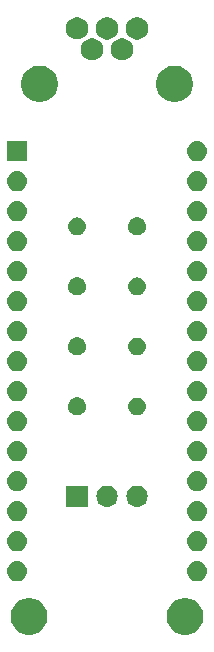
<source format=gbr>
G04 #@! TF.GenerationSoftware,KiCad,Pcbnew,(5.0.2)-1*
G04 #@! TF.CreationDate,2019-04-08T15:05:25-07:00*
G04 #@! TF.ProjectId,programmer,70726f67-7261-46d6-9d65-722e6b696361,rev?*
G04 #@! TF.SameCoordinates,Original*
G04 #@! TF.FileFunction,Soldermask,Bot*
G04 #@! TF.FilePolarity,Negative*
%FSLAX46Y46*%
G04 Gerber Fmt 4.6, Leading zero omitted, Abs format (unit mm)*
G04 Created by KiCad (PCBNEW (5.0.2)-1) date 4/8/2019 3:05:25 PM*
%MOMM*%
%LPD*%
G01*
G04 APERTURE LIST*
%ADD10C,0.304800*%
G04 APERTURE END LIST*
D10*
G36*
X34996352Y-62008796D02*
X35278579Y-62125699D01*
X35532578Y-62295415D01*
X35748585Y-62511422D01*
X35918301Y-62765421D01*
X36035204Y-63047648D01*
X36094800Y-63347259D01*
X36094800Y-63652741D01*
X36035204Y-63952352D01*
X35918301Y-64234579D01*
X35748585Y-64488578D01*
X35532578Y-64704585D01*
X35278579Y-64874301D01*
X34996352Y-64991204D01*
X34696741Y-65050800D01*
X34391259Y-65050800D01*
X34091648Y-64991204D01*
X33809421Y-64874301D01*
X33555422Y-64704585D01*
X33339415Y-64488578D01*
X33169699Y-64234579D01*
X33052796Y-63952352D01*
X32993200Y-63652741D01*
X32993200Y-63347259D01*
X33052796Y-63047648D01*
X33169699Y-62765421D01*
X33339415Y-62511422D01*
X33555422Y-62295415D01*
X33809421Y-62125699D01*
X34091648Y-62008796D01*
X34391259Y-61949200D01*
X34696741Y-61949200D01*
X34996352Y-62008796D01*
X34996352Y-62008796D01*
G37*
G36*
X21788352Y-62008796D02*
X22070579Y-62125699D01*
X22324578Y-62295415D01*
X22540585Y-62511422D01*
X22710301Y-62765421D01*
X22827204Y-63047648D01*
X22886800Y-63347259D01*
X22886800Y-63652741D01*
X22827204Y-63952352D01*
X22710301Y-64234579D01*
X22540585Y-64488578D01*
X22324578Y-64704585D01*
X22070579Y-64874301D01*
X21788352Y-64991204D01*
X21488741Y-65050800D01*
X21183259Y-65050800D01*
X20883648Y-64991204D01*
X20601421Y-64874301D01*
X20347422Y-64704585D01*
X20131415Y-64488578D01*
X19961699Y-64234579D01*
X19844796Y-63952352D01*
X19785200Y-63652741D01*
X19785200Y-63347259D01*
X19844796Y-63047648D01*
X19961699Y-62765421D01*
X20131415Y-62511422D01*
X20347422Y-62295415D01*
X20601421Y-62125699D01*
X20883648Y-62008796D01*
X21183259Y-61949200D01*
X21488741Y-61949200D01*
X21788352Y-62008796D01*
X21788352Y-62008796D01*
G37*
G36*
X20486787Y-58851510D02*
X20647160Y-58900160D01*
X20647162Y-58900161D01*
X20794966Y-58979163D01*
X20924517Y-59085483D01*
X21030837Y-59215034D01*
X21109839Y-59362838D01*
X21109840Y-59362840D01*
X21158490Y-59523213D01*
X21174916Y-59690000D01*
X21158490Y-59856787D01*
X21109840Y-60017160D01*
X21109839Y-60017162D01*
X21030837Y-60164966D01*
X20924517Y-60294517D01*
X20794966Y-60400837D01*
X20647162Y-60479839D01*
X20647160Y-60479840D01*
X20486787Y-60528490D01*
X20361794Y-60540800D01*
X20278206Y-60540800D01*
X20153213Y-60528490D01*
X19992840Y-60479840D01*
X19992838Y-60479839D01*
X19845034Y-60400837D01*
X19715483Y-60294517D01*
X19609163Y-60164966D01*
X19530161Y-60017162D01*
X19530160Y-60017160D01*
X19481510Y-59856787D01*
X19465084Y-59690000D01*
X19481510Y-59523213D01*
X19530160Y-59362840D01*
X19530161Y-59362838D01*
X19609163Y-59215034D01*
X19715483Y-59085483D01*
X19845034Y-58979163D01*
X19992838Y-58900161D01*
X19992840Y-58900160D01*
X20153213Y-58851510D01*
X20278206Y-58839200D01*
X20361794Y-58839200D01*
X20486787Y-58851510D01*
X20486787Y-58851510D01*
G37*
G36*
X35726787Y-58851510D02*
X35887160Y-58900160D01*
X35887162Y-58900161D01*
X36034966Y-58979163D01*
X36164517Y-59085483D01*
X36270837Y-59215034D01*
X36349839Y-59362838D01*
X36349840Y-59362840D01*
X36398490Y-59523213D01*
X36414916Y-59690000D01*
X36398490Y-59856787D01*
X36349840Y-60017160D01*
X36349839Y-60017162D01*
X36270837Y-60164966D01*
X36164517Y-60294517D01*
X36034966Y-60400837D01*
X35887162Y-60479839D01*
X35887160Y-60479840D01*
X35726787Y-60528490D01*
X35601794Y-60540800D01*
X35518206Y-60540800D01*
X35393213Y-60528490D01*
X35232840Y-60479840D01*
X35232838Y-60479839D01*
X35085034Y-60400837D01*
X34955483Y-60294517D01*
X34849163Y-60164966D01*
X34770161Y-60017162D01*
X34770160Y-60017160D01*
X34721510Y-59856787D01*
X34705084Y-59690000D01*
X34721510Y-59523213D01*
X34770160Y-59362840D01*
X34770161Y-59362838D01*
X34849163Y-59215034D01*
X34955483Y-59085483D01*
X35085034Y-58979163D01*
X35232838Y-58900161D01*
X35232840Y-58900160D01*
X35393213Y-58851510D01*
X35518206Y-58839200D01*
X35601794Y-58839200D01*
X35726787Y-58851510D01*
X35726787Y-58851510D01*
G37*
G36*
X20486787Y-56311510D02*
X20647160Y-56360160D01*
X20647162Y-56360161D01*
X20794966Y-56439163D01*
X20924517Y-56545483D01*
X21030837Y-56675034D01*
X21109839Y-56822838D01*
X21109840Y-56822840D01*
X21158490Y-56983213D01*
X21174916Y-57150000D01*
X21158490Y-57316787D01*
X21109840Y-57477160D01*
X21109839Y-57477162D01*
X21030837Y-57624966D01*
X20924517Y-57754517D01*
X20794966Y-57860837D01*
X20647162Y-57939839D01*
X20647160Y-57939840D01*
X20486787Y-57988490D01*
X20361794Y-58000800D01*
X20278206Y-58000800D01*
X20153213Y-57988490D01*
X19992840Y-57939840D01*
X19992838Y-57939839D01*
X19845034Y-57860837D01*
X19715483Y-57754517D01*
X19609163Y-57624966D01*
X19530161Y-57477162D01*
X19530160Y-57477160D01*
X19481510Y-57316787D01*
X19465084Y-57150000D01*
X19481510Y-56983213D01*
X19530160Y-56822840D01*
X19530161Y-56822838D01*
X19609163Y-56675034D01*
X19715483Y-56545483D01*
X19845034Y-56439163D01*
X19992838Y-56360161D01*
X19992840Y-56360160D01*
X20153213Y-56311510D01*
X20278206Y-56299200D01*
X20361794Y-56299200D01*
X20486787Y-56311510D01*
X20486787Y-56311510D01*
G37*
G36*
X35726787Y-56311510D02*
X35887160Y-56360160D01*
X35887162Y-56360161D01*
X36034966Y-56439163D01*
X36164517Y-56545483D01*
X36270837Y-56675034D01*
X36349839Y-56822838D01*
X36349840Y-56822840D01*
X36398490Y-56983213D01*
X36414916Y-57150000D01*
X36398490Y-57316787D01*
X36349840Y-57477160D01*
X36349839Y-57477162D01*
X36270837Y-57624966D01*
X36164517Y-57754517D01*
X36034966Y-57860837D01*
X35887162Y-57939839D01*
X35887160Y-57939840D01*
X35726787Y-57988490D01*
X35601794Y-58000800D01*
X35518206Y-58000800D01*
X35393213Y-57988490D01*
X35232840Y-57939840D01*
X35232838Y-57939839D01*
X35085034Y-57860837D01*
X34955483Y-57754517D01*
X34849163Y-57624966D01*
X34770161Y-57477162D01*
X34770160Y-57477160D01*
X34721510Y-57316787D01*
X34705084Y-57150000D01*
X34721510Y-56983213D01*
X34770160Y-56822840D01*
X34770161Y-56822838D01*
X34849163Y-56675034D01*
X34955483Y-56545483D01*
X35085034Y-56439163D01*
X35232838Y-56360161D01*
X35232840Y-56360160D01*
X35393213Y-56311510D01*
X35518206Y-56299200D01*
X35601794Y-56299200D01*
X35726787Y-56311510D01*
X35726787Y-56311510D01*
G37*
G36*
X35726787Y-53771510D02*
X35887160Y-53820160D01*
X35887162Y-53820161D01*
X36034966Y-53899163D01*
X36164517Y-54005483D01*
X36270837Y-54135034D01*
X36327369Y-54240800D01*
X36349840Y-54282840D01*
X36398490Y-54443213D01*
X36414916Y-54610000D01*
X36398490Y-54776787D01*
X36349840Y-54937160D01*
X36349839Y-54937162D01*
X36270837Y-55084966D01*
X36164517Y-55214517D01*
X36034966Y-55320837D01*
X35887162Y-55399839D01*
X35887160Y-55399840D01*
X35726787Y-55448490D01*
X35601794Y-55460800D01*
X35518206Y-55460800D01*
X35393213Y-55448490D01*
X35232840Y-55399840D01*
X35232838Y-55399839D01*
X35085034Y-55320837D01*
X34955483Y-55214517D01*
X34849163Y-55084966D01*
X34770161Y-54937162D01*
X34770160Y-54937160D01*
X34721510Y-54776787D01*
X34705084Y-54610000D01*
X34721510Y-54443213D01*
X34770160Y-54282840D01*
X34792631Y-54240800D01*
X34849163Y-54135034D01*
X34955483Y-54005483D01*
X35085034Y-53899163D01*
X35232838Y-53820161D01*
X35232840Y-53820160D01*
X35393213Y-53771510D01*
X35518206Y-53759200D01*
X35601794Y-53759200D01*
X35726787Y-53771510D01*
X35726787Y-53771510D01*
G37*
G36*
X20486787Y-53771510D02*
X20647160Y-53820160D01*
X20647162Y-53820161D01*
X20794966Y-53899163D01*
X20924517Y-54005483D01*
X21030837Y-54135034D01*
X21087369Y-54240800D01*
X21109840Y-54282840D01*
X21158490Y-54443213D01*
X21174916Y-54610000D01*
X21158490Y-54776787D01*
X21109840Y-54937160D01*
X21109839Y-54937162D01*
X21030837Y-55084966D01*
X20924517Y-55214517D01*
X20794966Y-55320837D01*
X20647162Y-55399839D01*
X20647160Y-55399840D01*
X20486787Y-55448490D01*
X20361794Y-55460800D01*
X20278206Y-55460800D01*
X20153213Y-55448490D01*
X19992840Y-55399840D01*
X19992838Y-55399839D01*
X19845034Y-55320837D01*
X19715483Y-55214517D01*
X19609163Y-55084966D01*
X19530161Y-54937162D01*
X19530160Y-54937160D01*
X19481510Y-54776787D01*
X19465084Y-54610000D01*
X19481510Y-54443213D01*
X19530160Y-54282840D01*
X19552631Y-54240800D01*
X19609163Y-54135034D01*
X19715483Y-54005483D01*
X19845034Y-53899163D01*
X19992838Y-53820161D01*
X19992840Y-53820160D01*
X20153213Y-53771510D01*
X20278206Y-53759200D01*
X20361794Y-53759200D01*
X20486787Y-53771510D01*
X20486787Y-53771510D01*
G37*
G36*
X28028362Y-52443545D02*
X28116588Y-52452234D01*
X28229789Y-52486573D01*
X28286390Y-52503743D01*
X28424980Y-52577822D01*
X28442879Y-52587389D01*
X28478609Y-52616712D01*
X28580044Y-52699956D01*
X28646418Y-52780835D01*
X28692611Y-52837121D01*
X28692612Y-52837123D01*
X28776257Y-52993610D01*
X28776257Y-52993611D01*
X28827766Y-53163412D01*
X28845158Y-53340000D01*
X28827766Y-53516588D01*
X28793427Y-53629789D01*
X28776257Y-53686390D01*
X28737339Y-53759200D01*
X28692611Y-53842879D01*
X28663288Y-53878609D01*
X28580044Y-53980044D01*
X28478609Y-54063288D01*
X28442879Y-54092611D01*
X28442877Y-54092612D01*
X28286390Y-54176257D01*
X28229789Y-54193427D01*
X28116588Y-54227766D01*
X28028362Y-54236455D01*
X27984250Y-54240800D01*
X27895750Y-54240800D01*
X27851638Y-54236455D01*
X27763412Y-54227766D01*
X27650211Y-54193427D01*
X27593610Y-54176257D01*
X27437123Y-54092612D01*
X27437121Y-54092611D01*
X27401391Y-54063288D01*
X27299956Y-53980044D01*
X27216712Y-53878609D01*
X27187389Y-53842879D01*
X27142661Y-53759200D01*
X27103743Y-53686390D01*
X27086573Y-53629789D01*
X27052234Y-53516588D01*
X27034842Y-53340000D01*
X27052234Y-53163412D01*
X27103743Y-52993611D01*
X27103743Y-52993610D01*
X27187388Y-52837123D01*
X27187389Y-52837121D01*
X27233582Y-52780835D01*
X27299956Y-52699956D01*
X27401391Y-52616712D01*
X27437121Y-52587389D01*
X27455020Y-52577822D01*
X27593610Y-52503743D01*
X27650211Y-52486573D01*
X27763412Y-52452234D01*
X27851638Y-52443545D01*
X27895750Y-52439200D01*
X27984250Y-52439200D01*
X28028362Y-52443545D01*
X28028362Y-52443545D01*
G37*
G36*
X30568362Y-52443545D02*
X30656588Y-52452234D01*
X30769789Y-52486573D01*
X30826390Y-52503743D01*
X30964980Y-52577822D01*
X30982879Y-52587389D01*
X31018609Y-52616712D01*
X31120044Y-52699956D01*
X31186418Y-52780835D01*
X31232611Y-52837121D01*
X31232612Y-52837123D01*
X31316257Y-52993610D01*
X31316257Y-52993611D01*
X31367766Y-53163412D01*
X31385158Y-53340000D01*
X31367766Y-53516588D01*
X31333427Y-53629789D01*
X31316257Y-53686390D01*
X31277339Y-53759200D01*
X31232611Y-53842879D01*
X31203288Y-53878609D01*
X31120044Y-53980044D01*
X31018609Y-54063288D01*
X30982879Y-54092611D01*
X30982877Y-54092612D01*
X30826390Y-54176257D01*
X30769789Y-54193427D01*
X30656588Y-54227766D01*
X30568362Y-54236455D01*
X30524250Y-54240800D01*
X30435750Y-54240800D01*
X30391638Y-54236455D01*
X30303412Y-54227766D01*
X30190211Y-54193427D01*
X30133610Y-54176257D01*
X29977123Y-54092612D01*
X29977121Y-54092611D01*
X29941391Y-54063288D01*
X29839956Y-53980044D01*
X29756712Y-53878609D01*
X29727389Y-53842879D01*
X29682661Y-53759200D01*
X29643743Y-53686390D01*
X29626573Y-53629789D01*
X29592234Y-53516588D01*
X29574842Y-53340000D01*
X29592234Y-53163412D01*
X29643743Y-52993611D01*
X29643743Y-52993610D01*
X29727388Y-52837123D01*
X29727389Y-52837121D01*
X29773582Y-52780835D01*
X29839956Y-52699956D01*
X29941391Y-52616712D01*
X29977121Y-52587389D01*
X29995020Y-52577822D01*
X30133610Y-52503743D01*
X30190211Y-52486573D01*
X30303412Y-52452234D01*
X30391638Y-52443545D01*
X30435750Y-52439200D01*
X30524250Y-52439200D01*
X30568362Y-52443545D01*
X30568362Y-52443545D01*
G37*
G36*
X26300800Y-54240800D02*
X24499200Y-54240800D01*
X24499200Y-52439200D01*
X26300800Y-52439200D01*
X26300800Y-54240800D01*
X26300800Y-54240800D01*
G37*
G36*
X35726787Y-51231510D02*
X35887160Y-51280160D01*
X35887162Y-51280161D01*
X36034966Y-51359163D01*
X36164517Y-51465483D01*
X36270837Y-51595034D01*
X36349839Y-51742838D01*
X36349840Y-51742840D01*
X36398490Y-51903213D01*
X36414916Y-52070000D01*
X36398490Y-52236787D01*
X36349840Y-52397160D01*
X36349839Y-52397162D01*
X36270837Y-52544966D01*
X36164517Y-52674517D01*
X36034966Y-52780837D01*
X35929661Y-52837123D01*
X35887160Y-52859840D01*
X35726787Y-52908490D01*
X35601794Y-52920800D01*
X35518206Y-52920800D01*
X35393213Y-52908490D01*
X35232840Y-52859840D01*
X35190339Y-52837123D01*
X35085034Y-52780837D01*
X34955483Y-52674517D01*
X34849163Y-52544966D01*
X34770161Y-52397162D01*
X34770160Y-52397160D01*
X34721510Y-52236787D01*
X34705084Y-52070000D01*
X34721510Y-51903213D01*
X34770160Y-51742840D01*
X34770161Y-51742838D01*
X34849163Y-51595034D01*
X34955483Y-51465483D01*
X35085034Y-51359163D01*
X35232838Y-51280161D01*
X35232840Y-51280160D01*
X35393213Y-51231510D01*
X35518206Y-51219200D01*
X35601794Y-51219200D01*
X35726787Y-51231510D01*
X35726787Y-51231510D01*
G37*
G36*
X20486787Y-51231510D02*
X20647160Y-51280160D01*
X20647162Y-51280161D01*
X20794966Y-51359163D01*
X20924517Y-51465483D01*
X21030837Y-51595034D01*
X21109839Y-51742838D01*
X21109840Y-51742840D01*
X21158490Y-51903213D01*
X21174916Y-52070000D01*
X21158490Y-52236787D01*
X21109840Y-52397160D01*
X21109839Y-52397162D01*
X21030837Y-52544966D01*
X20924517Y-52674517D01*
X20794966Y-52780837D01*
X20689661Y-52837123D01*
X20647160Y-52859840D01*
X20486787Y-52908490D01*
X20361794Y-52920800D01*
X20278206Y-52920800D01*
X20153213Y-52908490D01*
X19992840Y-52859840D01*
X19950339Y-52837123D01*
X19845034Y-52780837D01*
X19715483Y-52674517D01*
X19609163Y-52544966D01*
X19530161Y-52397162D01*
X19530160Y-52397160D01*
X19481510Y-52236787D01*
X19465084Y-52070000D01*
X19481510Y-51903213D01*
X19530160Y-51742840D01*
X19530161Y-51742838D01*
X19609163Y-51595034D01*
X19715483Y-51465483D01*
X19845034Y-51359163D01*
X19992838Y-51280161D01*
X19992840Y-51280160D01*
X20153213Y-51231510D01*
X20278206Y-51219200D01*
X20361794Y-51219200D01*
X20486787Y-51231510D01*
X20486787Y-51231510D01*
G37*
G36*
X35726787Y-48691510D02*
X35887160Y-48740160D01*
X35887162Y-48740161D01*
X36034966Y-48819163D01*
X36164517Y-48925483D01*
X36270837Y-49055034D01*
X36349839Y-49202838D01*
X36349840Y-49202840D01*
X36398490Y-49363213D01*
X36414916Y-49530000D01*
X36398490Y-49696787D01*
X36349840Y-49857160D01*
X36349839Y-49857162D01*
X36270837Y-50004966D01*
X36164517Y-50134517D01*
X36034966Y-50240837D01*
X35887162Y-50319839D01*
X35887160Y-50319840D01*
X35726787Y-50368490D01*
X35601794Y-50380800D01*
X35518206Y-50380800D01*
X35393213Y-50368490D01*
X35232840Y-50319840D01*
X35232838Y-50319839D01*
X35085034Y-50240837D01*
X34955483Y-50134517D01*
X34849163Y-50004966D01*
X34770161Y-49857162D01*
X34770160Y-49857160D01*
X34721510Y-49696787D01*
X34705084Y-49530000D01*
X34721510Y-49363213D01*
X34770160Y-49202840D01*
X34770161Y-49202838D01*
X34849163Y-49055034D01*
X34955483Y-48925483D01*
X35085034Y-48819163D01*
X35232838Y-48740161D01*
X35232840Y-48740160D01*
X35393213Y-48691510D01*
X35518206Y-48679200D01*
X35601794Y-48679200D01*
X35726787Y-48691510D01*
X35726787Y-48691510D01*
G37*
G36*
X20486787Y-48691510D02*
X20647160Y-48740160D01*
X20647162Y-48740161D01*
X20794966Y-48819163D01*
X20924517Y-48925483D01*
X21030837Y-49055034D01*
X21109839Y-49202838D01*
X21109840Y-49202840D01*
X21158490Y-49363213D01*
X21174916Y-49530000D01*
X21158490Y-49696787D01*
X21109840Y-49857160D01*
X21109839Y-49857162D01*
X21030837Y-50004966D01*
X20924517Y-50134517D01*
X20794966Y-50240837D01*
X20647162Y-50319839D01*
X20647160Y-50319840D01*
X20486787Y-50368490D01*
X20361794Y-50380800D01*
X20278206Y-50380800D01*
X20153213Y-50368490D01*
X19992840Y-50319840D01*
X19992838Y-50319839D01*
X19845034Y-50240837D01*
X19715483Y-50134517D01*
X19609163Y-50004966D01*
X19530161Y-49857162D01*
X19530160Y-49857160D01*
X19481510Y-49696787D01*
X19465084Y-49530000D01*
X19481510Y-49363213D01*
X19530160Y-49202840D01*
X19530161Y-49202838D01*
X19609163Y-49055034D01*
X19715483Y-48925483D01*
X19845034Y-48819163D01*
X19992838Y-48740161D01*
X19992840Y-48740160D01*
X20153213Y-48691510D01*
X20278206Y-48679200D01*
X20361794Y-48679200D01*
X20486787Y-48691510D01*
X20486787Y-48691510D01*
G37*
G36*
X20486787Y-46151510D02*
X20647160Y-46200160D01*
X20647162Y-46200161D01*
X20794966Y-46279163D01*
X20924517Y-46385483D01*
X21030837Y-46515034D01*
X21109839Y-46662838D01*
X21109840Y-46662840D01*
X21158490Y-46823213D01*
X21174916Y-46990000D01*
X21158490Y-47156787D01*
X21109840Y-47317160D01*
X21109839Y-47317162D01*
X21030837Y-47464966D01*
X20924517Y-47594517D01*
X20794966Y-47700837D01*
X20647162Y-47779839D01*
X20647160Y-47779840D01*
X20486787Y-47828490D01*
X20361794Y-47840800D01*
X20278206Y-47840800D01*
X20153213Y-47828490D01*
X19992840Y-47779840D01*
X19992838Y-47779839D01*
X19845034Y-47700837D01*
X19715483Y-47594517D01*
X19609163Y-47464966D01*
X19530161Y-47317162D01*
X19530160Y-47317160D01*
X19481510Y-47156787D01*
X19465084Y-46990000D01*
X19481510Y-46823213D01*
X19530160Y-46662840D01*
X19530161Y-46662838D01*
X19609163Y-46515034D01*
X19715483Y-46385483D01*
X19845034Y-46279163D01*
X19992838Y-46200161D01*
X19992840Y-46200160D01*
X20153213Y-46151510D01*
X20278206Y-46139200D01*
X20361794Y-46139200D01*
X20486787Y-46151510D01*
X20486787Y-46151510D01*
G37*
G36*
X35726787Y-46151510D02*
X35887160Y-46200160D01*
X35887162Y-46200161D01*
X36034966Y-46279163D01*
X36164517Y-46385483D01*
X36270837Y-46515034D01*
X36349839Y-46662838D01*
X36349840Y-46662840D01*
X36398490Y-46823213D01*
X36414916Y-46990000D01*
X36398490Y-47156787D01*
X36349840Y-47317160D01*
X36349839Y-47317162D01*
X36270837Y-47464966D01*
X36164517Y-47594517D01*
X36034966Y-47700837D01*
X35887162Y-47779839D01*
X35887160Y-47779840D01*
X35726787Y-47828490D01*
X35601794Y-47840800D01*
X35518206Y-47840800D01*
X35393213Y-47828490D01*
X35232840Y-47779840D01*
X35232838Y-47779839D01*
X35085034Y-47700837D01*
X34955483Y-47594517D01*
X34849163Y-47464966D01*
X34770161Y-47317162D01*
X34770160Y-47317160D01*
X34721510Y-47156787D01*
X34705084Y-46990000D01*
X34721510Y-46823213D01*
X34770160Y-46662840D01*
X34770161Y-46662838D01*
X34849163Y-46515034D01*
X34955483Y-46385483D01*
X35085034Y-46279163D01*
X35232838Y-46200161D01*
X35232840Y-46200160D01*
X35393213Y-46151510D01*
X35518206Y-46139200D01*
X35601794Y-46139200D01*
X35726787Y-46151510D01*
X35726787Y-46151510D01*
G37*
G36*
X25618998Y-44998052D02*
X25619001Y-44998053D01*
X25619000Y-44998053D01*
X25755637Y-45054649D01*
X25812605Y-45092714D01*
X25878610Y-45136817D01*
X25983183Y-45241390D01*
X25983185Y-45241393D01*
X26065351Y-45364363D01*
X26093073Y-45431291D01*
X26121948Y-45501002D01*
X26150800Y-45646051D01*
X26150800Y-45793949D01*
X26121948Y-45938998D01*
X26121947Y-45939000D01*
X26065351Y-46075637D01*
X25984291Y-46196951D01*
X25983183Y-46198610D01*
X25878610Y-46303183D01*
X25878607Y-46303185D01*
X25755637Y-46385351D01*
X25649954Y-46429126D01*
X25618998Y-46441948D01*
X25473949Y-46470800D01*
X25326051Y-46470800D01*
X25181002Y-46441948D01*
X25150046Y-46429126D01*
X25044363Y-46385351D01*
X24921393Y-46303185D01*
X24921390Y-46303183D01*
X24816817Y-46198610D01*
X24815709Y-46196951D01*
X24734649Y-46075637D01*
X24678053Y-45939000D01*
X24678052Y-45938998D01*
X24649200Y-45793949D01*
X24649200Y-45646051D01*
X24678052Y-45501002D01*
X24706927Y-45431291D01*
X24734649Y-45364363D01*
X24816815Y-45241393D01*
X24816817Y-45241390D01*
X24921390Y-45136817D01*
X24987395Y-45092714D01*
X25044363Y-45054649D01*
X25181000Y-44998053D01*
X25180999Y-44998053D01*
X25181002Y-44998052D01*
X25326051Y-44969200D01*
X25473949Y-44969200D01*
X25618998Y-44998052D01*
X25618998Y-44998052D01*
G37*
G36*
X30572029Y-44974632D02*
X30627182Y-44980064D01*
X30686480Y-44998052D01*
X30768710Y-45022996D01*
X30827929Y-45054650D01*
X30899140Y-45092713D01*
X31013464Y-45186536D01*
X31057209Y-45239839D01*
X31107286Y-45300859D01*
X31177004Y-45431290D01*
X31219936Y-45572819D01*
X31234432Y-45720000D01*
X31219936Y-45867181D01*
X31177004Y-46008710D01*
X31141230Y-46075637D01*
X31107287Y-46139140D01*
X31013464Y-46253464D01*
X30899140Y-46347287D01*
X30838427Y-46379739D01*
X30768710Y-46417004D01*
X30627182Y-46459936D01*
X30516878Y-46470800D01*
X30443122Y-46470800D01*
X30332818Y-46459936D01*
X30191290Y-46417004D01*
X30121573Y-46379739D01*
X30060860Y-46347287D01*
X29946536Y-46253464D01*
X29852713Y-46139140D01*
X29818770Y-46075637D01*
X29782996Y-46008710D01*
X29740064Y-45867181D01*
X29725568Y-45720000D01*
X29740064Y-45572819D01*
X29782996Y-45431290D01*
X29852714Y-45300859D01*
X29902792Y-45239839D01*
X29946536Y-45186536D01*
X30060860Y-45092713D01*
X30132071Y-45054650D01*
X30191290Y-45022996D01*
X30273520Y-44998052D01*
X30332818Y-44980064D01*
X30387971Y-44974632D01*
X30443122Y-44969200D01*
X30516878Y-44969200D01*
X30572029Y-44974632D01*
X30572029Y-44974632D01*
G37*
G36*
X35726787Y-43611510D02*
X35887160Y-43660160D01*
X35887162Y-43660161D01*
X36034966Y-43739163D01*
X36164517Y-43845483D01*
X36270837Y-43975034D01*
X36349839Y-44122838D01*
X36349840Y-44122840D01*
X36398490Y-44283213D01*
X36414916Y-44450000D01*
X36398490Y-44616787D01*
X36349840Y-44777160D01*
X36349839Y-44777162D01*
X36270837Y-44924966D01*
X36164517Y-45054517D01*
X36034966Y-45160837D01*
X35887162Y-45239839D01*
X35887160Y-45239840D01*
X35726787Y-45288490D01*
X35601794Y-45300800D01*
X35518206Y-45300800D01*
X35393213Y-45288490D01*
X35232840Y-45239840D01*
X35232838Y-45239839D01*
X35085034Y-45160837D01*
X34955483Y-45054517D01*
X34849163Y-44924966D01*
X34770161Y-44777162D01*
X34770160Y-44777160D01*
X34721510Y-44616787D01*
X34705084Y-44450000D01*
X34721510Y-44283213D01*
X34770160Y-44122840D01*
X34770161Y-44122838D01*
X34849163Y-43975034D01*
X34955483Y-43845483D01*
X35085034Y-43739163D01*
X35232838Y-43660161D01*
X35232840Y-43660160D01*
X35393213Y-43611510D01*
X35518206Y-43599200D01*
X35601794Y-43599200D01*
X35726787Y-43611510D01*
X35726787Y-43611510D01*
G37*
G36*
X20486787Y-43611510D02*
X20647160Y-43660160D01*
X20647162Y-43660161D01*
X20794966Y-43739163D01*
X20924517Y-43845483D01*
X21030837Y-43975034D01*
X21109839Y-44122838D01*
X21109840Y-44122840D01*
X21158490Y-44283213D01*
X21174916Y-44450000D01*
X21158490Y-44616787D01*
X21109840Y-44777160D01*
X21109839Y-44777162D01*
X21030837Y-44924966D01*
X20924517Y-45054517D01*
X20794966Y-45160837D01*
X20647162Y-45239839D01*
X20647160Y-45239840D01*
X20486787Y-45288490D01*
X20361794Y-45300800D01*
X20278206Y-45300800D01*
X20153213Y-45288490D01*
X19992840Y-45239840D01*
X19992838Y-45239839D01*
X19845034Y-45160837D01*
X19715483Y-45054517D01*
X19609163Y-44924966D01*
X19530161Y-44777162D01*
X19530160Y-44777160D01*
X19481510Y-44616787D01*
X19465084Y-44450000D01*
X19481510Y-44283213D01*
X19530160Y-44122840D01*
X19530161Y-44122838D01*
X19609163Y-43975034D01*
X19715483Y-43845483D01*
X19845034Y-43739163D01*
X19992838Y-43660161D01*
X19992840Y-43660160D01*
X20153213Y-43611510D01*
X20278206Y-43599200D01*
X20361794Y-43599200D01*
X20486787Y-43611510D01*
X20486787Y-43611510D01*
G37*
G36*
X35726787Y-41071510D02*
X35887160Y-41120160D01*
X35887162Y-41120161D01*
X36034966Y-41199163D01*
X36164517Y-41305483D01*
X36270837Y-41435034D01*
X36349839Y-41582838D01*
X36349840Y-41582840D01*
X36398490Y-41743213D01*
X36414916Y-41910000D01*
X36398490Y-42076787D01*
X36349840Y-42237160D01*
X36349839Y-42237162D01*
X36270837Y-42384966D01*
X36164517Y-42514517D01*
X36034966Y-42620837D01*
X35887162Y-42699839D01*
X35887160Y-42699840D01*
X35726787Y-42748490D01*
X35601794Y-42760800D01*
X35518206Y-42760800D01*
X35393213Y-42748490D01*
X35232840Y-42699840D01*
X35232838Y-42699839D01*
X35085034Y-42620837D01*
X34955483Y-42514517D01*
X34849163Y-42384966D01*
X34770161Y-42237162D01*
X34770160Y-42237160D01*
X34721510Y-42076787D01*
X34705084Y-41910000D01*
X34721510Y-41743213D01*
X34770160Y-41582840D01*
X34770161Y-41582838D01*
X34849163Y-41435034D01*
X34955483Y-41305483D01*
X35085034Y-41199163D01*
X35232838Y-41120161D01*
X35232840Y-41120160D01*
X35393213Y-41071510D01*
X35518206Y-41059200D01*
X35601794Y-41059200D01*
X35726787Y-41071510D01*
X35726787Y-41071510D01*
G37*
G36*
X20486787Y-41071510D02*
X20647160Y-41120160D01*
X20647162Y-41120161D01*
X20794966Y-41199163D01*
X20924517Y-41305483D01*
X21030837Y-41435034D01*
X21109839Y-41582838D01*
X21109840Y-41582840D01*
X21158490Y-41743213D01*
X21174916Y-41910000D01*
X21158490Y-42076787D01*
X21109840Y-42237160D01*
X21109839Y-42237162D01*
X21030837Y-42384966D01*
X20924517Y-42514517D01*
X20794966Y-42620837D01*
X20647162Y-42699839D01*
X20647160Y-42699840D01*
X20486787Y-42748490D01*
X20361794Y-42760800D01*
X20278206Y-42760800D01*
X20153213Y-42748490D01*
X19992840Y-42699840D01*
X19992838Y-42699839D01*
X19845034Y-42620837D01*
X19715483Y-42514517D01*
X19609163Y-42384966D01*
X19530161Y-42237162D01*
X19530160Y-42237160D01*
X19481510Y-42076787D01*
X19465084Y-41910000D01*
X19481510Y-41743213D01*
X19530160Y-41582840D01*
X19530161Y-41582838D01*
X19609163Y-41435034D01*
X19715483Y-41305483D01*
X19845034Y-41199163D01*
X19992838Y-41120161D01*
X19992840Y-41120160D01*
X20153213Y-41071510D01*
X20278206Y-41059200D01*
X20361794Y-41059200D01*
X20486787Y-41071510D01*
X20486787Y-41071510D01*
G37*
G36*
X25618998Y-39918052D02*
X25619001Y-39918053D01*
X25619000Y-39918053D01*
X25755637Y-39974649D01*
X25812605Y-40012714D01*
X25878610Y-40056817D01*
X25983183Y-40161390D01*
X25983185Y-40161393D01*
X26065351Y-40284363D01*
X26093073Y-40351291D01*
X26121948Y-40421002D01*
X26150800Y-40566051D01*
X26150800Y-40713949D01*
X26121948Y-40858998D01*
X26121947Y-40859000D01*
X26065351Y-40995637D01*
X25984291Y-41116951D01*
X25983183Y-41118610D01*
X25878610Y-41223183D01*
X25878607Y-41223185D01*
X25755637Y-41305351D01*
X25649954Y-41349126D01*
X25618998Y-41361948D01*
X25473949Y-41390800D01*
X25326051Y-41390800D01*
X25181002Y-41361948D01*
X25150046Y-41349126D01*
X25044363Y-41305351D01*
X24921393Y-41223185D01*
X24921390Y-41223183D01*
X24816817Y-41118610D01*
X24815709Y-41116951D01*
X24734649Y-40995637D01*
X24678053Y-40859000D01*
X24678052Y-40858998D01*
X24649200Y-40713949D01*
X24649200Y-40566051D01*
X24678052Y-40421002D01*
X24706927Y-40351291D01*
X24734649Y-40284363D01*
X24816815Y-40161393D01*
X24816817Y-40161390D01*
X24921390Y-40056817D01*
X24987395Y-40012714D01*
X25044363Y-39974649D01*
X25181000Y-39918053D01*
X25180999Y-39918053D01*
X25181002Y-39918052D01*
X25326051Y-39889200D01*
X25473949Y-39889200D01*
X25618998Y-39918052D01*
X25618998Y-39918052D01*
G37*
G36*
X30572029Y-39894632D02*
X30627182Y-39900064D01*
X30686480Y-39918052D01*
X30768710Y-39942996D01*
X30827929Y-39974650D01*
X30899140Y-40012713D01*
X31013464Y-40106536D01*
X31057209Y-40159839D01*
X31107286Y-40220859D01*
X31177004Y-40351290D01*
X31219936Y-40492819D01*
X31234432Y-40640000D01*
X31219936Y-40787181D01*
X31177004Y-40928710D01*
X31141230Y-40995637D01*
X31107287Y-41059140D01*
X31013464Y-41173464D01*
X30899140Y-41267287D01*
X30838427Y-41299739D01*
X30768710Y-41337004D01*
X30697945Y-41358470D01*
X30627182Y-41379936D01*
X30516878Y-41390800D01*
X30443122Y-41390800D01*
X30332818Y-41379936D01*
X30262055Y-41358470D01*
X30191290Y-41337004D01*
X30121573Y-41299739D01*
X30060860Y-41267287D01*
X29946536Y-41173464D01*
X29852713Y-41059140D01*
X29818770Y-40995637D01*
X29782996Y-40928710D01*
X29740064Y-40787181D01*
X29725568Y-40640000D01*
X29740064Y-40492819D01*
X29782996Y-40351290D01*
X29852714Y-40220859D01*
X29902792Y-40159839D01*
X29946536Y-40106536D01*
X30060860Y-40012713D01*
X30132071Y-39974650D01*
X30191290Y-39942996D01*
X30273520Y-39918052D01*
X30332818Y-39900064D01*
X30387971Y-39894632D01*
X30443122Y-39889200D01*
X30516878Y-39889200D01*
X30572029Y-39894632D01*
X30572029Y-39894632D01*
G37*
G36*
X35726787Y-38531510D02*
X35887160Y-38580160D01*
X35887162Y-38580161D01*
X36034966Y-38659163D01*
X36164517Y-38765483D01*
X36270837Y-38895034D01*
X36349839Y-39042838D01*
X36349840Y-39042840D01*
X36398490Y-39203213D01*
X36414916Y-39370000D01*
X36398490Y-39536787D01*
X36349840Y-39697160D01*
X36349839Y-39697162D01*
X36270837Y-39844966D01*
X36164517Y-39974517D01*
X36034966Y-40080837D01*
X35887162Y-40159839D01*
X35887160Y-40159840D01*
X35726787Y-40208490D01*
X35601794Y-40220800D01*
X35518206Y-40220800D01*
X35393213Y-40208490D01*
X35232840Y-40159840D01*
X35232838Y-40159839D01*
X35085034Y-40080837D01*
X34955483Y-39974517D01*
X34849163Y-39844966D01*
X34770161Y-39697162D01*
X34770160Y-39697160D01*
X34721510Y-39536787D01*
X34705084Y-39370000D01*
X34721510Y-39203213D01*
X34770160Y-39042840D01*
X34770161Y-39042838D01*
X34849163Y-38895034D01*
X34955483Y-38765483D01*
X35085034Y-38659163D01*
X35232838Y-38580161D01*
X35232840Y-38580160D01*
X35393213Y-38531510D01*
X35518206Y-38519200D01*
X35601794Y-38519200D01*
X35726787Y-38531510D01*
X35726787Y-38531510D01*
G37*
G36*
X20486787Y-38531510D02*
X20647160Y-38580160D01*
X20647162Y-38580161D01*
X20794966Y-38659163D01*
X20924517Y-38765483D01*
X21030837Y-38895034D01*
X21109839Y-39042838D01*
X21109840Y-39042840D01*
X21158490Y-39203213D01*
X21174916Y-39370000D01*
X21158490Y-39536787D01*
X21109840Y-39697160D01*
X21109839Y-39697162D01*
X21030837Y-39844966D01*
X20924517Y-39974517D01*
X20794966Y-40080837D01*
X20647162Y-40159839D01*
X20647160Y-40159840D01*
X20486787Y-40208490D01*
X20361794Y-40220800D01*
X20278206Y-40220800D01*
X20153213Y-40208490D01*
X19992840Y-40159840D01*
X19992838Y-40159839D01*
X19845034Y-40080837D01*
X19715483Y-39974517D01*
X19609163Y-39844966D01*
X19530161Y-39697162D01*
X19530160Y-39697160D01*
X19481510Y-39536787D01*
X19465084Y-39370000D01*
X19481510Y-39203213D01*
X19530160Y-39042840D01*
X19530161Y-39042838D01*
X19609163Y-38895034D01*
X19715483Y-38765483D01*
X19845034Y-38659163D01*
X19992838Y-38580161D01*
X19992840Y-38580160D01*
X20153213Y-38531510D01*
X20278206Y-38519200D01*
X20361794Y-38519200D01*
X20486787Y-38531510D01*
X20486787Y-38531510D01*
G37*
G36*
X20486787Y-35991510D02*
X20647160Y-36040160D01*
X20647162Y-36040161D01*
X20794966Y-36119163D01*
X20924517Y-36225483D01*
X21030837Y-36355034D01*
X21109839Y-36502838D01*
X21109840Y-36502840D01*
X21158490Y-36663213D01*
X21174916Y-36830000D01*
X21158490Y-36996787D01*
X21109840Y-37157160D01*
X21109839Y-37157162D01*
X21030837Y-37304966D01*
X20924517Y-37434517D01*
X20794966Y-37540837D01*
X20647162Y-37619839D01*
X20647160Y-37619840D01*
X20486787Y-37668490D01*
X20361794Y-37680800D01*
X20278206Y-37680800D01*
X20153213Y-37668490D01*
X19992840Y-37619840D01*
X19992838Y-37619839D01*
X19845034Y-37540837D01*
X19715483Y-37434517D01*
X19609163Y-37304966D01*
X19530161Y-37157162D01*
X19530160Y-37157160D01*
X19481510Y-36996787D01*
X19465084Y-36830000D01*
X19481510Y-36663213D01*
X19530160Y-36502840D01*
X19530161Y-36502838D01*
X19609163Y-36355034D01*
X19715483Y-36225483D01*
X19845034Y-36119163D01*
X19992838Y-36040161D01*
X19992840Y-36040160D01*
X20153213Y-35991510D01*
X20278206Y-35979200D01*
X20361794Y-35979200D01*
X20486787Y-35991510D01*
X20486787Y-35991510D01*
G37*
G36*
X35726787Y-35991510D02*
X35887160Y-36040160D01*
X35887162Y-36040161D01*
X36034966Y-36119163D01*
X36164517Y-36225483D01*
X36270837Y-36355034D01*
X36349839Y-36502838D01*
X36349840Y-36502840D01*
X36398490Y-36663213D01*
X36414916Y-36830000D01*
X36398490Y-36996787D01*
X36349840Y-37157160D01*
X36349839Y-37157162D01*
X36270837Y-37304966D01*
X36164517Y-37434517D01*
X36034966Y-37540837D01*
X35887162Y-37619839D01*
X35887160Y-37619840D01*
X35726787Y-37668490D01*
X35601794Y-37680800D01*
X35518206Y-37680800D01*
X35393213Y-37668490D01*
X35232840Y-37619840D01*
X35232838Y-37619839D01*
X35085034Y-37540837D01*
X34955483Y-37434517D01*
X34849163Y-37304966D01*
X34770161Y-37157162D01*
X34770160Y-37157160D01*
X34721510Y-36996787D01*
X34705084Y-36830000D01*
X34721510Y-36663213D01*
X34770160Y-36502840D01*
X34770161Y-36502838D01*
X34849163Y-36355034D01*
X34955483Y-36225483D01*
X35085034Y-36119163D01*
X35232838Y-36040161D01*
X35232840Y-36040160D01*
X35393213Y-35991510D01*
X35518206Y-35979200D01*
X35601794Y-35979200D01*
X35726787Y-35991510D01*
X35726787Y-35991510D01*
G37*
G36*
X30627182Y-34820064D02*
X30686480Y-34838052D01*
X30768710Y-34862996D01*
X30827929Y-34894650D01*
X30899140Y-34932713D01*
X31013464Y-35026536D01*
X31057209Y-35079839D01*
X31107286Y-35140859D01*
X31177004Y-35271290D01*
X31219936Y-35412819D01*
X31234432Y-35560000D01*
X31219936Y-35707181D01*
X31177004Y-35848710D01*
X31141230Y-35915637D01*
X31107287Y-35979140D01*
X31013464Y-36093464D01*
X30899140Y-36187287D01*
X30838427Y-36219739D01*
X30768710Y-36257004D01*
X30697945Y-36278470D01*
X30627182Y-36299936D01*
X30572029Y-36305368D01*
X30516878Y-36310800D01*
X30443122Y-36310800D01*
X30387971Y-36305368D01*
X30332818Y-36299936D01*
X30262055Y-36278470D01*
X30191290Y-36257004D01*
X30121573Y-36219739D01*
X30060860Y-36187287D01*
X29946536Y-36093464D01*
X29852713Y-35979140D01*
X29818770Y-35915637D01*
X29782996Y-35848710D01*
X29740064Y-35707181D01*
X29725568Y-35560000D01*
X29740064Y-35412819D01*
X29782996Y-35271290D01*
X29852714Y-35140859D01*
X29902792Y-35079839D01*
X29946536Y-35026536D01*
X30060860Y-34932713D01*
X30132071Y-34894650D01*
X30191290Y-34862996D01*
X30273520Y-34838052D01*
X30332818Y-34820064D01*
X30443122Y-34809200D01*
X30516878Y-34809200D01*
X30627182Y-34820064D01*
X30627182Y-34820064D01*
G37*
G36*
X25618998Y-34838052D02*
X25619001Y-34838053D01*
X25619000Y-34838053D01*
X25755637Y-34894649D01*
X25812605Y-34932714D01*
X25878610Y-34976817D01*
X25983183Y-35081390D01*
X25983185Y-35081393D01*
X26065351Y-35204363D01*
X26093073Y-35271291D01*
X26121948Y-35341002D01*
X26150800Y-35486051D01*
X26150800Y-35633949D01*
X26121948Y-35778998D01*
X26121947Y-35779000D01*
X26065351Y-35915637D01*
X25984291Y-36036951D01*
X25983183Y-36038610D01*
X25878610Y-36143183D01*
X25878607Y-36143185D01*
X25755637Y-36225351D01*
X25649954Y-36269126D01*
X25618998Y-36281948D01*
X25473949Y-36310800D01*
X25326051Y-36310800D01*
X25181002Y-36281948D01*
X25150046Y-36269126D01*
X25044363Y-36225351D01*
X24921393Y-36143185D01*
X24921390Y-36143183D01*
X24816817Y-36038610D01*
X24815709Y-36036951D01*
X24734649Y-35915637D01*
X24678053Y-35779000D01*
X24678052Y-35778998D01*
X24649200Y-35633949D01*
X24649200Y-35486051D01*
X24678052Y-35341002D01*
X24706927Y-35271291D01*
X24734649Y-35204363D01*
X24816815Y-35081393D01*
X24816817Y-35081390D01*
X24921390Y-34976817D01*
X24987395Y-34932714D01*
X25044363Y-34894649D01*
X25181000Y-34838053D01*
X25180999Y-34838053D01*
X25181002Y-34838052D01*
X25326051Y-34809200D01*
X25473949Y-34809200D01*
X25618998Y-34838052D01*
X25618998Y-34838052D01*
G37*
G36*
X20486787Y-33451510D02*
X20647160Y-33500160D01*
X20647162Y-33500161D01*
X20794966Y-33579163D01*
X20924517Y-33685483D01*
X21030837Y-33815034D01*
X21109839Y-33962838D01*
X21109840Y-33962840D01*
X21158490Y-34123213D01*
X21174916Y-34290000D01*
X21158490Y-34456787D01*
X21109840Y-34617160D01*
X21109839Y-34617162D01*
X21030837Y-34764966D01*
X20924517Y-34894517D01*
X20794966Y-35000837D01*
X20647162Y-35079839D01*
X20647160Y-35079840D01*
X20486787Y-35128490D01*
X20361794Y-35140800D01*
X20278206Y-35140800D01*
X20153213Y-35128490D01*
X19992840Y-35079840D01*
X19992838Y-35079839D01*
X19845034Y-35000837D01*
X19715483Y-34894517D01*
X19609163Y-34764966D01*
X19530161Y-34617162D01*
X19530160Y-34617160D01*
X19481510Y-34456787D01*
X19465084Y-34290000D01*
X19481510Y-34123213D01*
X19530160Y-33962840D01*
X19530161Y-33962838D01*
X19609163Y-33815034D01*
X19715483Y-33685483D01*
X19845034Y-33579163D01*
X19992838Y-33500161D01*
X19992840Y-33500160D01*
X20153213Y-33451510D01*
X20278206Y-33439200D01*
X20361794Y-33439200D01*
X20486787Y-33451510D01*
X20486787Y-33451510D01*
G37*
G36*
X35726787Y-33451510D02*
X35887160Y-33500160D01*
X35887162Y-33500161D01*
X36034966Y-33579163D01*
X36164517Y-33685483D01*
X36270837Y-33815034D01*
X36349839Y-33962838D01*
X36349840Y-33962840D01*
X36398490Y-34123213D01*
X36414916Y-34290000D01*
X36398490Y-34456787D01*
X36349840Y-34617160D01*
X36349839Y-34617162D01*
X36270837Y-34764966D01*
X36164517Y-34894517D01*
X36034966Y-35000837D01*
X35887162Y-35079839D01*
X35887160Y-35079840D01*
X35726787Y-35128490D01*
X35601794Y-35140800D01*
X35518206Y-35140800D01*
X35393213Y-35128490D01*
X35232840Y-35079840D01*
X35232838Y-35079839D01*
X35085034Y-35000837D01*
X34955483Y-34894517D01*
X34849163Y-34764966D01*
X34770161Y-34617162D01*
X34770160Y-34617160D01*
X34721510Y-34456787D01*
X34705084Y-34290000D01*
X34721510Y-34123213D01*
X34770160Y-33962840D01*
X34770161Y-33962838D01*
X34849163Y-33815034D01*
X34955483Y-33685483D01*
X35085034Y-33579163D01*
X35232838Y-33500161D01*
X35232840Y-33500160D01*
X35393213Y-33451510D01*
X35518206Y-33439200D01*
X35601794Y-33439200D01*
X35726787Y-33451510D01*
X35726787Y-33451510D01*
G37*
G36*
X35726787Y-30911510D02*
X35887160Y-30960160D01*
X35887162Y-30960161D01*
X36034966Y-31039163D01*
X36164517Y-31145483D01*
X36270837Y-31275034D01*
X36349839Y-31422838D01*
X36349840Y-31422840D01*
X36398490Y-31583213D01*
X36414916Y-31750000D01*
X36398490Y-31916787D01*
X36349840Y-32077160D01*
X36349839Y-32077162D01*
X36270837Y-32224966D01*
X36164517Y-32354517D01*
X36034966Y-32460837D01*
X35887162Y-32539839D01*
X35887160Y-32539840D01*
X35726787Y-32588490D01*
X35601794Y-32600800D01*
X35518206Y-32600800D01*
X35393213Y-32588490D01*
X35232840Y-32539840D01*
X35232838Y-32539839D01*
X35085034Y-32460837D01*
X34955483Y-32354517D01*
X34849163Y-32224966D01*
X34770161Y-32077162D01*
X34770160Y-32077160D01*
X34721510Y-31916787D01*
X34705084Y-31750000D01*
X34721510Y-31583213D01*
X34770160Y-31422840D01*
X34770161Y-31422838D01*
X34849163Y-31275034D01*
X34955483Y-31145483D01*
X35085034Y-31039163D01*
X35232838Y-30960161D01*
X35232840Y-30960160D01*
X35393213Y-30911510D01*
X35518206Y-30899200D01*
X35601794Y-30899200D01*
X35726787Y-30911510D01*
X35726787Y-30911510D01*
G37*
G36*
X20486787Y-30911510D02*
X20647160Y-30960160D01*
X20647162Y-30960161D01*
X20794966Y-31039163D01*
X20924517Y-31145483D01*
X21030837Y-31275034D01*
X21109839Y-31422838D01*
X21109840Y-31422840D01*
X21158490Y-31583213D01*
X21174916Y-31750000D01*
X21158490Y-31916787D01*
X21109840Y-32077160D01*
X21109839Y-32077162D01*
X21030837Y-32224966D01*
X20924517Y-32354517D01*
X20794966Y-32460837D01*
X20647162Y-32539839D01*
X20647160Y-32539840D01*
X20486787Y-32588490D01*
X20361794Y-32600800D01*
X20278206Y-32600800D01*
X20153213Y-32588490D01*
X19992840Y-32539840D01*
X19992838Y-32539839D01*
X19845034Y-32460837D01*
X19715483Y-32354517D01*
X19609163Y-32224966D01*
X19530161Y-32077162D01*
X19530160Y-32077160D01*
X19481510Y-31916787D01*
X19465084Y-31750000D01*
X19481510Y-31583213D01*
X19530160Y-31422840D01*
X19530161Y-31422838D01*
X19609163Y-31275034D01*
X19715483Y-31145483D01*
X19845034Y-31039163D01*
X19992838Y-30960161D01*
X19992840Y-30960160D01*
X20153213Y-30911510D01*
X20278206Y-30899200D01*
X20361794Y-30899200D01*
X20486787Y-30911510D01*
X20486787Y-30911510D01*
G37*
G36*
X25547182Y-29740064D02*
X25606480Y-29758052D01*
X25688710Y-29782996D01*
X25747929Y-29814650D01*
X25819140Y-29852713D01*
X25933464Y-29946536D01*
X25977209Y-29999839D01*
X26027286Y-30060859D01*
X26097004Y-30191290D01*
X26139936Y-30332819D01*
X26154432Y-30480000D01*
X26139936Y-30627181D01*
X26097004Y-30768710D01*
X26061230Y-30835637D01*
X26027287Y-30899140D01*
X25933464Y-31013464D01*
X25819140Y-31107287D01*
X25758427Y-31139739D01*
X25688710Y-31177004D01*
X25547182Y-31219936D01*
X25492029Y-31225368D01*
X25436878Y-31230800D01*
X25363122Y-31230800D01*
X25307971Y-31225368D01*
X25252818Y-31219936D01*
X25111290Y-31177004D01*
X25041573Y-31139739D01*
X24980860Y-31107287D01*
X24866536Y-31013464D01*
X24772713Y-30899140D01*
X24738770Y-30835637D01*
X24702996Y-30768710D01*
X24660064Y-30627181D01*
X24645568Y-30480000D01*
X24660064Y-30332819D01*
X24702996Y-30191290D01*
X24772714Y-30060859D01*
X24822792Y-29999839D01*
X24866536Y-29946536D01*
X24980860Y-29852713D01*
X25052071Y-29814650D01*
X25111290Y-29782996D01*
X25193520Y-29758052D01*
X25252818Y-29740064D01*
X25363122Y-29729200D01*
X25436878Y-29729200D01*
X25547182Y-29740064D01*
X25547182Y-29740064D01*
G37*
G36*
X30698998Y-29758052D02*
X30699001Y-29758053D01*
X30699000Y-29758053D01*
X30835637Y-29814649D01*
X30892605Y-29852714D01*
X30958610Y-29896817D01*
X31063183Y-30001390D01*
X31063185Y-30001393D01*
X31145351Y-30124363D01*
X31173073Y-30191291D01*
X31201948Y-30261002D01*
X31230800Y-30406051D01*
X31230800Y-30553949D01*
X31201948Y-30698998D01*
X31201947Y-30699000D01*
X31145351Y-30835637D01*
X31064291Y-30956951D01*
X31063183Y-30958610D01*
X30958610Y-31063183D01*
X30958607Y-31063185D01*
X30835637Y-31145351D01*
X30729954Y-31189126D01*
X30698998Y-31201948D01*
X30553949Y-31230800D01*
X30406051Y-31230800D01*
X30261002Y-31201948D01*
X30230046Y-31189126D01*
X30124363Y-31145351D01*
X30001393Y-31063185D01*
X30001390Y-31063183D01*
X29896817Y-30958610D01*
X29895709Y-30956951D01*
X29814649Y-30835637D01*
X29758053Y-30699000D01*
X29758052Y-30698998D01*
X29729200Y-30553949D01*
X29729200Y-30406051D01*
X29758052Y-30261002D01*
X29786927Y-30191291D01*
X29814649Y-30124363D01*
X29896815Y-30001393D01*
X29896817Y-30001390D01*
X30001390Y-29896817D01*
X30067395Y-29852714D01*
X30124363Y-29814649D01*
X30261000Y-29758053D01*
X30260999Y-29758053D01*
X30261002Y-29758052D01*
X30406051Y-29729200D01*
X30553949Y-29729200D01*
X30698998Y-29758052D01*
X30698998Y-29758052D01*
G37*
G36*
X35726787Y-28371510D02*
X35887160Y-28420160D01*
X35887162Y-28420161D01*
X36034966Y-28499163D01*
X36164517Y-28605483D01*
X36270837Y-28735034D01*
X36349839Y-28882838D01*
X36349840Y-28882840D01*
X36398490Y-29043213D01*
X36414916Y-29210000D01*
X36398490Y-29376787D01*
X36349840Y-29537160D01*
X36349839Y-29537162D01*
X36270837Y-29684966D01*
X36164517Y-29814517D01*
X36034966Y-29920837D01*
X35887162Y-29999839D01*
X35887160Y-29999840D01*
X35726787Y-30048490D01*
X35601794Y-30060800D01*
X35518206Y-30060800D01*
X35393213Y-30048490D01*
X35232840Y-29999840D01*
X35232838Y-29999839D01*
X35085034Y-29920837D01*
X34955483Y-29814517D01*
X34849163Y-29684966D01*
X34770161Y-29537162D01*
X34770160Y-29537160D01*
X34721510Y-29376787D01*
X34705084Y-29210000D01*
X34721510Y-29043213D01*
X34770160Y-28882840D01*
X34770161Y-28882838D01*
X34849163Y-28735034D01*
X34955483Y-28605483D01*
X35085034Y-28499163D01*
X35232838Y-28420161D01*
X35232840Y-28420160D01*
X35393213Y-28371510D01*
X35518206Y-28359200D01*
X35601794Y-28359200D01*
X35726787Y-28371510D01*
X35726787Y-28371510D01*
G37*
G36*
X20486787Y-28371510D02*
X20647160Y-28420160D01*
X20647162Y-28420161D01*
X20794966Y-28499163D01*
X20924517Y-28605483D01*
X21030837Y-28735034D01*
X21109839Y-28882838D01*
X21109840Y-28882840D01*
X21158490Y-29043213D01*
X21174916Y-29210000D01*
X21158490Y-29376787D01*
X21109840Y-29537160D01*
X21109839Y-29537162D01*
X21030837Y-29684966D01*
X20924517Y-29814517D01*
X20794966Y-29920837D01*
X20647162Y-29999839D01*
X20647160Y-29999840D01*
X20486787Y-30048490D01*
X20361794Y-30060800D01*
X20278206Y-30060800D01*
X20153213Y-30048490D01*
X19992840Y-29999840D01*
X19992838Y-29999839D01*
X19845034Y-29920837D01*
X19715483Y-29814517D01*
X19609163Y-29684966D01*
X19530161Y-29537162D01*
X19530160Y-29537160D01*
X19481510Y-29376787D01*
X19465084Y-29210000D01*
X19481510Y-29043213D01*
X19530160Y-28882840D01*
X19530161Y-28882838D01*
X19609163Y-28735034D01*
X19715483Y-28605483D01*
X19845034Y-28499163D01*
X19992838Y-28420161D01*
X19992840Y-28420160D01*
X20153213Y-28371510D01*
X20278206Y-28359200D01*
X20361794Y-28359200D01*
X20486787Y-28371510D01*
X20486787Y-28371510D01*
G37*
G36*
X35726787Y-25831510D02*
X35887160Y-25880160D01*
X35887162Y-25880161D01*
X36034966Y-25959163D01*
X36164517Y-26065483D01*
X36270837Y-26195034D01*
X36349839Y-26342838D01*
X36349840Y-26342840D01*
X36398490Y-26503213D01*
X36414916Y-26670000D01*
X36398490Y-26836787D01*
X36349840Y-26997160D01*
X36349839Y-26997162D01*
X36270837Y-27144966D01*
X36164517Y-27274517D01*
X36034966Y-27380837D01*
X35887162Y-27459839D01*
X35887160Y-27459840D01*
X35726787Y-27508490D01*
X35601794Y-27520800D01*
X35518206Y-27520800D01*
X35393213Y-27508490D01*
X35232840Y-27459840D01*
X35232838Y-27459839D01*
X35085034Y-27380837D01*
X34955483Y-27274517D01*
X34849163Y-27144966D01*
X34770161Y-26997162D01*
X34770160Y-26997160D01*
X34721510Y-26836787D01*
X34705084Y-26670000D01*
X34721510Y-26503213D01*
X34770160Y-26342840D01*
X34770161Y-26342838D01*
X34849163Y-26195034D01*
X34955483Y-26065483D01*
X35085034Y-25959163D01*
X35232838Y-25880161D01*
X35232840Y-25880160D01*
X35393213Y-25831510D01*
X35518206Y-25819200D01*
X35601794Y-25819200D01*
X35726787Y-25831510D01*
X35726787Y-25831510D01*
G37*
G36*
X20486787Y-25831510D02*
X20647160Y-25880160D01*
X20647162Y-25880161D01*
X20794966Y-25959163D01*
X20924517Y-26065483D01*
X21030837Y-26195034D01*
X21109839Y-26342838D01*
X21109840Y-26342840D01*
X21158490Y-26503213D01*
X21174916Y-26670000D01*
X21158490Y-26836787D01*
X21109840Y-26997160D01*
X21109839Y-26997162D01*
X21030837Y-27144966D01*
X20924517Y-27274517D01*
X20794966Y-27380837D01*
X20647162Y-27459839D01*
X20647160Y-27459840D01*
X20486787Y-27508490D01*
X20361794Y-27520800D01*
X20278206Y-27520800D01*
X20153213Y-27508490D01*
X19992840Y-27459840D01*
X19992838Y-27459839D01*
X19845034Y-27380837D01*
X19715483Y-27274517D01*
X19609163Y-27144966D01*
X19530161Y-26997162D01*
X19530160Y-26997160D01*
X19481510Y-26836787D01*
X19465084Y-26670000D01*
X19481510Y-26503213D01*
X19530160Y-26342840D01*
X19530161Y-26342838D01*
X19609163Y-26195034D01*
X19715483Y-26065483D01*
X19845034Y-25959163D01*
X19992838Y-25880161D01*
X19992840Y-25880160D01*
X20153213Y-25831510D01*
X20278206Y-25819200D01*
X20361794Y-25819200D01*
X20486787Y-25831510D01*
X20486787Y-25831510D01*
G37*
G36*
X21170800Y-24980800D02*
X19469200Y-24980800D01*
X19469200Y-23279200D01*
X21170800Y-23279200D01*
X21170800Y-24980800D01*
X21170800Y-24980800D01*
G37*
G36*
X35726787Y-23291510D02*
X35887160Y-23340160D01*
X35887162Y-23340161D01*
X36034966Y-23419163D01*
X36164517Y-23525483D01*
X36270837Y-23655034D01*
X36349839Y-23802838D01*
X36349840Y-23802840D01*
X36398490Y-23963213D01*
X36414916Y-24130000D01*
X36398490Y-24296787D01*
X36349840Y-24457160D01*
X36349839Y-24457162D01*
X36270837Y-24604966D01*
X36164517Y-24734517D01*
X36034966Y-24840837D01*
X35887162Y-24919839D01*
X35887160Y-24919840D01*
X35726787Y-24968490D01*
X35601794Y-24980800D01*
X35518206Y-24980800D01*
X35393213Y-24968490D01*
X35232840Y-24919840D01*
X35232838Y-24919839D01*
X35085034Y-24840837D01*
X34955483Y-24734517D01*
X34849163Y-24604966D01*
X34770161Y-24457162D01*
X34770160Y-24457160D01*
X34721510Y-24296787D01*
X34705084Y-24130000D01*
X34721510Y-23963213D01*
X34770160Y-23802840D01*
X34770161Y-23802838D01*
X34849163Y-23655034D01*
X34955483Y-23525483D01*
X35085034Y-23419163D01*
X35232838Y-23340161D01*
X35232840Y-23340160D01*
X35393213Y-23291510D01*
X35518206Y-23279200D01*
X35601794Y-23279200D01*
X35726787Y-23291510D01*
X35726787Y-23291510D01*
G37*
G36*
X22677352Y-16923796D02*
X22959579Y-17040699D01*
X23213578Y-17210415D01*
X23429585Y-17426422D01*
X23599301Y-17680421D01*
X23716204Y-17962648D01*
X23775800Y-18262259D01*
X23775800Y-18567741D01*
X23716204Y-18867352D01*
X23599301Y-19149579D01*
X23429585Y-19403578D01*
X23213578Y-19619585D01*
X22959579Y-19789301D01*
X22677352Y-19906204D01*
X22377741Y-19965800D01*
X22072259Y-19965800D01*
X21772648Y-19906204D01*
X21490421Y-19789301D01*
X21236422Y-19619585D01*
X21020415Y-19403578D01*
X20850699Y-19149579D01*
X20733796Y-18867352D01*
X20674200Y-18567741D01*
X20674200Y-18262259D01*
X20733796Y-17962648D01*
X20850699Y-17680421D01*
X21020415Y-17426422D01*
X21236422Y-17210415D01*
X21490421Y-17040699D01*
X21772648Y-16923796D01*
X22072259Y-16864200D01*
X22377741Y-16864200D01*
X22677352Y-16923796D01*
X22677352Y-16923796D01*
G37*
G36*
X34107352Y-16923796D02*
X34389579Y-17040699D01*
X34643578Y-17210415D01*
X34859585Y-17426422D01*
X35029301Y-17680421D01*
X35146204Y-17962648D01*
X35205800Y-18262259D01*
X35205800Y-18567741D01*
X35146204Y-18867352D01*
X35029301Y-19149579D01*
X34859585Y-19403578D01*
X34643578Y-19619585D01*
X34389579Y-19789301D01*
X34107352Y-19906204D01*
X33807741Y-19965800D01*
X33502259Y-19965800D01*
X33202648Y-19906204D01*
X32920421Y-19789301D01*
X32666422Y-19619585D01*
X32450415Y-19403578D01*
X32280699Y-19149579D01*
X32163796Y-18867352D01*
X32104200Y-18567741D01*
X32104200Y-18262259D01*
X32163796Y-17962648D01*
X32280699Y-17680421D01*
X32450415Y-17426422D01*
X32666422Y-17210415D01*
X32920421Y-17040699D01*
X33202648Y-16923796D01*
X33502259Y-16864200D01*
X33807741Y-16864200D01*
X34107352Y-16923796D01*
X34107352Y-16923796D01*
G37*
G36*
X29393346Y-14572258D02*
X29484129Y-14590316D01*
X29655162Y-14661160D01*
X29807009Y-14762621D01*
X29809090Y-14764012D01*
X29939988Y-14894910D01*
X29939990Y-14894913D01*
X30042840Y-15048838D01*
X30113684Y-15219871D01*
X30149800Y-15401438D01*
X30149800Y-15586562D01*
X30113684Y-15768129D01*
X30042840Y-15939162D01*
X30042839Y-15939163D01*
X29939988Y-16093090D01*
X29809090Y-16223988D01*
X29809087Y-16223990D01*
X29655162Y-16326840D01*
X29484129Y-16397684D01*
X29393345Y-16415742D01*
X29302564Y-16433800D01*
X29117436Y-16433800D01*
X29026655Y-16415742D01*
X28935871Y-16397684D01*
X28764838Y-16326840D01*
X28610913Y-16223990D01*
X28610910Y-16223988D01*
X28480012Y-16093090D01*
X28377161Y-15939163D01*
X28377160Y-15939162D01*
X28306316Y-15768129D01*
X28270200Y-15586562D01*
X28270200Y-15401438D01*
X28306316Y-15219871D01*
X28377160Y-15048838D01*
X28480010Y-14894913D01*
X28480012Y-14894910D01*
X28610910Y-14764012D01*
X28612991Y-14762621D01*
X28764838Y-14661160D01*
X28935871Y-14590316D01*
X29026654Y-14572258D01*
X29117436Y-14554200D01*
X29302564Y-14554200D01*
X29393346Y-14572258D01*
X29393346Y-14572258D01*
G37*
G36*
X26853346Y-14572258D02*
X26944129Y-14590316D01*
X27115162Y-14661160D01*
X27267009Y-14762621D01*
X27269090Y-14764012D01*
X27399988Y-14894910D01*
X27399990Y-14894913D01*
X27502840Y-15048838D01*
X27573684Y-15219871D01*
X27609800Y-15401438D01*
X27609800Y-15586562D01*
X27573684Y-15768129D01*
X27502840Y-15939162D01*
X27502839Y-15939163D01*
X27399988Y-16093090D01*
X27269090Y-16223988D01*
X27269087Y-16223990D01*
X27115162Y-16326840D01*
X26944129Y-16397684D01*
X26853345Y-16415742D01*
X26762564Y-16433800D01*
X26577436Y-16433800D01*
X26486655Y-16415742D01*
X26395871Y-16397684D01*
X26224838Y-16326840D01*
X26070913Y-16223990D01*
X26070910Y-16223988D01*
X25940012Y-16093090D01*
X25837161Y-15939163D01*
X25837160Y-15939162D01*
X25766316Y-15768129D01*
X25730200Y-15586562D01*
X25730200Y-15401438D01*
X25766316Y-15219871D01*
X25837160Y-15048838D01*
X25940010Y-14894913D01*
X25940012Y-14894910D01*
X26070910Y-14764012D01*
X26072991Y-14762621D01*
X26224838Y-14661160D01*
X26395871Y-14590316D01*
X26486654Y-14572258D01*
X26577436Y-14554200D01*
X26762564Y-14554200D01*
X26853346Y-14572258D01*
X26853346Y-14572258D01*
G37*
G36*
X28217338Y-12801738D02*
X28390373Y-12873412D01*
X28546100Y-12977465D01*
X28678535Y-13109900D01*
X28782588Y-13265627D01*
X28854262Y-13438662D01*
X28890800Y-13622354D01*
X28890800Y-13809646D01*
X28854262Y-13993338D01*
X28782588Y-14166373D01*
X28678535Y-14322100D01*
X28546100Y-14454535D01*
X28390373Y-14558588D01*
X28217338Y-14630262D01*
X28033646Y-14666800D01*
X27846354Y-14666800D01*
X27662662Y-14630262D01*
X27489627Y-14558588D01*
X27333900Y-14454535D01*
X27201465Y-14322100D01*
X27097412Y-14166373D01*
X27025738Y-13993338D01*
X26989200Y-13809646D01*
X26989200Y-13622354D01*
X27025738Y-13438662D01*
X27097412Y-13265627D01*
X27201465Y-13109900D01*
X27333900Y-12977465D01*
X27489627Y-12873412D01*
X27662662Y-12801738D01*
X27846354Y-12765200D01*
X28033646Y-12765200D01*
X28217338Y-12801738D01*
X28217338Y-12801738D01*
G37*
G36*
X30757338Y-12801738D02*
X30930373Y-12873412D01*
X31086100Y-12977465D01*
X31218535Y-13109900D01*
X31322588Y-13265627D01*
X31394262Y-13438662D01*
X31430800Y-13622354D01*
X31430800Y-13809646D01*
X31394262Y-13993338D01*
X31322588Y-14166373D01*
X31218535Y-14322100D01*
X31086100Y-14454535D01*
X30930373Y-14558588D01*
X30757338Y-14630262D01*
X30573646Y-14666800D01*
X30386354Y-14666800D01*
X30202662Y-14630262D01*
X30029627Y-14558588D01*
X29873900Y-14454535D01*
X29741465Y-14322100D01*
X29637412Y-14166373D01*
X29565738Y-13993338D01*
X29529200Y-13809646D01*
X29529200Y-13622354D01*
X29565738Y-13438662D01*
X29637412Y-13265627D01*
X29741465Y-13109900D01*
X29873900Y-12977465D01*
X30029627Y-12873412D01*
X30202662Y-12801738D01*
X30386354Y-12765200D01*
X30573646Y-12765200D01*
X30757338Y-12801738D01*
X30757338Y-12801738D01*
G37*
G36*
X25583345Y-12794258D02*
X25674129Y-12812316D01*
X25845162Y-12883160D01*
X25845163Y-12883161D01*
X25999090Y-12986012D01*
X26129988Y-13116910D01*
X26129990Y-13116913D01*
X26232840Y-13270838D01*
X26303684Y-13441871D01*
X26303684Y-13441873D01*
X26339800Y-13623436D01*
X26339800Y-13808564D01*
X26321742Y-13899346D01*
X26303684Y-13990129D01*
X26232840Y-14161162D01*
X26232839Y-14161163D01*
X26129988Y-14315090D01*
X25999090Y-14445988D01*
X25999087Y-14445990D01*
X25845162Y-14548840D01*
X25674129Y-14619684D01*
X25583346Y-14637742D01*
X25492564Y-14655800D01*
X25307436Y-14655800D01*
X25216654Y-14637742D01*
X25125871Y-14619684D01*
X24954838Y-14548840D01*
X24800913Y-14445990D01*
X24800910Y-14445988D01*
X24670012Y-14315090D01*
X24567161Y-14161163D01*
X24567160Y-14161162D01*
X24496316Y-13990129D01*
X24478258Y-13899346D01*
X24460200Y-13808564D01*
X24460200Y-13623436D01*
X24496316Y-13441873D01*
X24496316Y-13441871D01*
X24567160Y-13270838D01*
X24670010Y-13116913D01*
X24670012Y-13116910D01*
X24800910Y-12986012D01*
X24954837Y-12883161D01*
X24954838Y-12883160D01*
X25125871Y-12812316D01*
X25216655Y-12794258D01*
X25307436Y-12776200D01*
X25492564Y-12776200D01*
X25583345Y-12794258D01*
X25583345Y-12794258D01*
G37*
M02*

</source>
